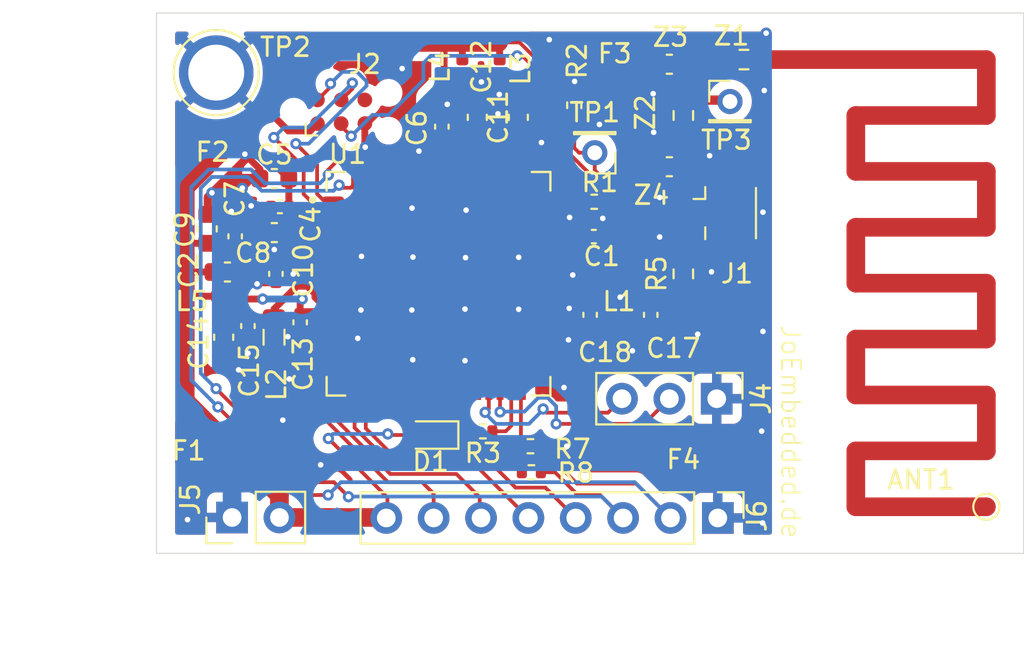
<source format=kicad_pcb>
(kicad_pcb (version 20241229) (generator "pcbnew") (generator_version "9.0")
  (layers (0 "F.Cu" signal) (2 "B.Cu" signal) (13 "F.Paste" user) (15 "B.Paste" user) (5 "F.SilkS" user "F.Silkscreen") (7 "B.SilkS" user "B.Silkscreen") (1 "F.Mask" user) (3 "B.Mask" user) (25 "Edge.Cuts" user))
  (net 0 "")
  (net 1 "GND")
  (net 2 "RES")
  (net 3 "+3V3")
  (net 4 "Net-(J1-In)")
  (net 5 "Net-(U1-VDDPA)")
  (net 6 "Net-(U1-VDDRF)")
  (net 7 "Net-(U1-VDDMPS)")
  (net 8 "Net-(U1-VFBSMPS)")
  (net 9 "Net-(D1-K)")
  (net 10 "Net-(J2-SWDIO)")
  (net 11 "Net-(J2-SWCLK)")
  (net 13 "Net-(J4-Pin_3)")
  (net 14 "Net-(J4-Pin_2)")
  (net 15 "SDA2")
  (net 16 "Net-(J6-Pin_7)")
  (net 17 "Net-(J6-Pin_6)")
  (net 18 "SCL2")
  (net 19 "Net-(J6-Pin_4)")
  (net 20 "Net-(J6-Pin_5)")
  (net 21 "Net-(U1-VLXSMPS)")
  (net 22 "Net-(U1-BOOT0)")
  (net 23 "Net-(U1-PA4)")
  (net 24 "Net-(U1-RF_OUT)")
  (net 54 "Net-(ANT1-Pad1)")
  (net 55 "Net-(C17-Pad1)")
  (net 56 "Net-(TP3-Pad1)")
  (net 57 "IPU")
  (footprint "Resistor_SMD:R_0603_1608Metric" (layer "F.Cu") (at 110.75 76 90)
    (property "Reference" "Z2")
    (property "Value" "0")
  )
  (footprint "Resistor_SMD:R_0603_1608Metric" (layer "F.Cu") (at 114 73)
    (property "Reference" "Z1")
    (property "Value" "0")
  )
  (footprint "Inductor_SMD:L_0402_1005Metric" (layer "F.Cu") (at 86.2 85.7 180)
    (property "Reference" "L5")
    (property "Value" "Bead120")
  )
  (footprint "Capacitor_SMD:C_0603_1608Metric" (layer "F.Cu") (at 110 78.75 180)
    (property "Reference" "Z4")
    (property "Value" "tbd")
  )
  (footprint "Fiducial:Fiducial_0.5mm_Mask1mm" (layer "F.Cu") (at 84.11 95.37)
    (property "Reference" "F1")
    (property "Value" "Fiducial_0.5mm_Mask1mm")
  )
  (footprint "Resistor_SMD:R_0402_1005Metric" (layer "F.Cu") (at 105.97 80.63 180)
    (property "Reference" "R1")
    (property "Value" "10k")
  )
  (footprint "Resistor_SMD:R_0402_1005Metric" (layer "F.Cu") (at 102.55 93.75)
    (property "Reference" "R7")
    (property "Value" "10k")
  )
  (footprint "Capacitor_SMD:C_0603_1608Metric" (layer "F.Cu") (at 88.815 82.285 180)
    (property "Reference" "C8")
    (property "Value" "1uF")
  )
  (footprint "Capacitor_SMD:C_0402_1005Metric" (layer "F.Cu") (at 89.115 80.885 180)
    (property "Reference" "C4")
    (property "Value" "100nF")
  )
  (footprint "Inductor_SMD:L_0402_1005Metric" (layer "F.Cu") (at 98.9 73.5 90)
    (property "Reference" "L4")
    (property "Value" "Bead120")
  )
  (footprint "Resistor_SMD:R_0402_1005Metric" (layer "F.Cu") (at 102.6 95.15)
    (property "Reference" "R8")
    (property "Value" "10k")
  )
  (footprint "Capacitor_SMD:C_0402_1005Metric" (layer "F.Cu") (at 86.715 82.485 90)
    (property "Reference" "C7")
    (property "Value" "100nF")
  )
  (footprint "Capacitor_SMD:C_0603_1608Metric" (layer "F.Cu") (at 88.815 79.385 180)
    (property "Reference" "C5")
    (property "Value" "4.7uF")
  )
  (footprint "Resistor_SMD:R_0402_1005Metric" (layer "F.Cu") (at 100 92.95 180)
    (property "Reference" "R3")
    (property "Value" "330")
  )
  (footprint "Inductor_SMD:L_0805_2012Metric" (layer "F.Cu") (at 88.8 87.9 -90)
    (property "Reference" "L2")
    (property "Value" "15uH")
  )
  (footprint "Connector_PinHeader_2.54mm:PinHeader_1x03_P2.54mm_Vertical" (layer "F.Cu") (at 112.54 91.2 -90)
    (property "Reference" "J4")
    (property "Value" "Conn_01x03_Socket")
  )
  (footprint "Inductor_SMD:L_0402_1005Metric" (layer "F.Cu") (at 100.9 73.5 90)
    (property "Reference" "L3")
    (property "Value" "Bead120")
  )
  (footprint "Capacitor_SMD:C_0603_1608Metric" (layer "F.Cu") (at 85.215 82.085 90)
    (property "Reference" "C9")
    (property "Value" "4.7uF")
  )
  (footprint "Capacitor_SMD:C_0603_1608Metric" (layer "F.Cu") (at 110 73.25 180)
    (property "Reference" "Z3")
    (property "Value" "tbd")
  )
  (footprint "Capacitor_SMD:C_0402_1005Metric" (layer "F.Cu") (at 105.95 82.5)
    (property "Reference" "C1")
    (property "Value" "100nF")
  )
  (footprint "Capacitor_SMD:C_0603_1608Metric" (layer "F.Cu") (at 101.9 76.1 90)
    (property "Reference" "C11")
    (property "Value" "1uF")
  )
  (footprint "aaa_JoEm:XCVR_RAK3172-SIP" (layer "F.Cu") (at 97.62 85.03)
    (property "Reference" "U1")
    (property "Value" "RAK3172-SIP")
  )
  (footprint "Resistor_SMD:R_0603_1608Metric" (layer "F.Cu") (at 110.75 84.5 90)
    (property "Reference" "R5")
    (property "Value" "0")
  )
  (footprint "Capacitor_SMD:C_0402_1005Metric" (layer "F.Cu") (at 97.8 76.6 90)
    (property "Reference" "C6")
    (property "Value" "100nF")
  )
  (footprint "Fiducial:Fiducial_0.5mm_Mask1mm" (layer "F.Cu") (at 113.8 94.85)
    (property "Reference" "F4")
    (property "Value" "Fiducial_0.5mm_Mask1mm")
  )
  (footprint "Capacitor_SMD:C_0603_1608Metric" (layer "F.Cu") (at 99.7 76.1 90)
    (property "Reference" "C12")
    (property "Value" "1uF")
  )
  (footprint "Connector_PinHeader_2.00mm:PinHeader_1x01_P2.00mm_Vertical" (layer "F.Cu") (at 113.25 75.25)
    (property "Reference" "TP3")
    (property "Value" "xAnt")
  )
  (footprint "TestPoint:TestPoint_Pad_D1.0mm" (layer "F.Cu") (at 127 97)
    (property "Reference" "ANT1")
    (property "Value" "ANT")
  )
  (footprint "Capacitor_SMD:C_0402_1005Metric" (layer "F.Cu") (at 88.9 84.5 -90)
    (property "Reference" "C10")
    (property "Value" "100nF")
  )
  (footprint "Capacitor_SMD:C_0603_1608Metric" (layer "F.Cu") (at 86.3 84.4)
    (property "Reference" "C2")
    (property "Value" "1uF")
  )
  (footprint "LED_SMD:LED_0603_1608Metric" (layer "F.Cu") (at 97.2 93.15 180)
    (property "Reference" "D1")
    (property "Value" "LED")
  )
  (footprint "Capacitor_SMD:C_0402_1005Metric" (layer "F.Cu") (at 109 86.7 90)
    (property "Reference" "C17")
    (property "Value" "3.3pF")
  )
  (footprint "Capacitor_SMD:C_0603_1608Metric" (layer "F.Cu") (at 86.1 87.9 -90)
    (property "Reference" "C14")
    (property "Value" "470nF")
  )
  (footprint "Fiducial:Fiducial_0.5mm_Mask1mm" (layer "F.Cu") (at 84.5 76.8)
    (property "Reference" "F2")
    (property "Value" "Fiducial_0.5mm_Mask1mm")
  )
  (footprint "Fiducial:Fiducial_0.5mm_Mask1mm" (layer "F.Cu") (at 107.37 74.12)
    (property "Reference" "F3")
    (property "Value" "Fiducial_0.5mm_Mask1mm")
  )
  (footprint "Connector_PinHeader_2.54mm:PinHeader_1x08_P2.54mm_Vertical" (layer "F.Cu") (at 112.6 97.6 -90)
    (property "Reference" "J6")
    (property "Value" "Conn_01x08_Socket")
  )
  (footprint "Connector:Tag-Connect_TC2030-IDC-NL_2x03_P1.27mm_Vertical" (layer "F.Cu") (at 92.4 75.8)
    (property "Reference" "J2")
    (property "Value" "Conn_ARM_SWD_TagConnect_TC2030-NL")
  )
  (footprint "TestPoint:TestPoint_Plated_Hole_D3.0mm" (layer "F.Cu") (at 85.7 73.7)
    (property "Reference" "TP2")
    (property "Value" "Fix")
  )
  (footprint "Connector_PinHeader_2.00mm:PinHeader_1x01_P2.00mm_Vertical" (layer "F.Cu") (at 106 78 180)
    (property "Reference" "TP1")
    (property "Value" "BootPin")
  )
  (footprint "Capacitor_SMD:C_0402_1005Metric" (layer "F.Cu") (at 87.4 87.3 -90)
    (property "Reference" "C15")
    (property "Value" "100nF")
  )
  (footprint "Capacitor_SMD:C_0402_1005Metric" (layer "F.Cu") (at 105.75 86.7 90)
    (property "Reference" "C18")
    (property "Value" "3.3pF")
  )
  (footprint "Connector_Coaxial:U.FL_Hirose_U.FL-R-SMT-1_Vertical" (layer "F.Cu") (at 112.81 81.24)
    (property "Reference" "J1")
    (property "Value" "U.FL")
  )
  (footprint "Connector_PinHeader_2.54mm:PinHeader_1x02_P2.54mm_Vertical" (layer "F.Cu") (at 86.55 97.575 90)
    (property "Reference" "J5")
    (property "Value" "Conn_01x02_Socket")
  )
  (footprint "Resistor_SMD:R_0402_1005Metric" (layer "F.Cu") (at 104.9 75.45 90)
    (property "Reference" "R2")
    (property "Value" "10k")
  )
  (footprint "Inductor_SMD:L_0402_1005Metric" (layer "F.Cu") (at 107.3 87.15)
    (property "Reference" "L1")
    (property "Value" "8.2nH")
  )
  (footprint "Capacitor_SMD:C_0402_1005Metric" (layer "F.Cu") (at 90.2 87.1 -90)
    (property "Reference" "C13")
    (property "Value" "100nF")
  )
  (gr_rect (start 82.5 70.5) (end 129 99.5) (stroke (width 0.05)) (fill no) (layer "Edge.Cuts"))
  (gr_text "JoEmbedded.de" (at 115.92 87.17 270) (layer "F.SilkS") (effects (font (size 1 1) (thickness 0.1)) (justify left bottom)))
  (segment (start 100.5 85.03) (end 101.92 83.61) (width 0.37) (layer "F.Cu") (net 1))
  (segment (start 103.27 81.73) (end 100.92 81.73) (width 0.37) (layer "F.Cu") (net 1))
  (segment (start 97.92 79.38) (end 97.92 80.335) (width 0.37) (layer "F.Cu") (net 1))
  (segment (start 103.14 78.19) (end 103.14 77.45) (width 0.37) (layer "F.Cu") (net 1))
  (segment (start 93.67 76.435) (end 93.67 77.68) (width 0.37) (layer "F.Cu") (net 1))
  (segment (start 86.715 82.005) (end 86.715 81.355) (width 0.37) (layer "F.Cu") (net 1))
  (segment (start 97.8 75.69) (end 98.09 75.4) (width 0.37) (layer "F.Cu") (net 1))
  (segment (start 101.395 75.325) (end 100.94 74.87) (width 0.37) (layer "F.Cu") (net 1))
  (segment (start 93.29 87.495) (end 93.29 87.96) (width 0.37) (layer "F.Cu") (net 1))
  (segment (start 90.2 87.58) (end 89.83 87.58) (width 0.37) (layer "F.Cu") (net 1))
  (segment (start 88.04 82.426819) (end 88.812425 83.199244) (width 0.37) (layer "F.Cu") (net 1))
  (segment (start 97.8 76.12) (end 97.8 75.69) (width 0.37) (layer "F.Cu") (net 1))
  (segment (start 100.32 82.13) (end 100.42 82.23) (width 0.37) (layer "F.Cu") (net 1))
  (segment (start 99.04 89.16) (end 98.95 89.16) (width 0.37) (layer "F.Cu") (net 1))
  (segment (start 104.21 85.93) (end 104.63 86.35) (width 0.37) (layer "F.Cu") (net 1))
  (segment (start 88.04 79.385) (end 87.615 79.385) (width 0.37) (layer "F.Cu") (net 1))
  (segment (start 103.27 81.73) (end 104.39 81.73) (width 0.37) (layer "F.Cu") (net 1))
  (segment (start 97.92 79.38) (end 97.92 78.438) (width 0.37) (layer "F.Cu") (net 1))
  (segment (start 97.62 84.97) (end 96.25 83.6) (width 0.37) (layer "F.Cu") (net 1))
  (segment (start 88.04 82.285) (end 88.04 82.426819) (width 0.37) (layer "F.Cu") (net 1))
  (segment (start 91.97 87.13) (end 94.12 87.13) (width 0.37) (layer "F.Cu") (net 1))
  (segment (start 101.9 75.325) (end 101.395 75.325) (width 0.37) (layer "F.Cu") (net 1))
  (segment (start 96.21 86.44) (end 97.62 85.03) (width 0.37) (layer "F.Cu") (net 1))
  (segment (start 97.95 82.23) (end 99.1 81.08) (width 0.37) (layer "F.Cu") (net 1))
  (segment (start 99.7 75.325) (end 100.225 75.325) (width 0.37) (layer "F.Cu") (net 1))
  (segment (start 94.82 85.03) (end 96.25 83.6) (width 0.37) (layer "F.Cu") (net 1))
  (segment (start 100.42 85.03) (end 100.42 84.98) (width 0.37) (layer "F.Cu") (net 1))
  (segment (start 97.62 82.23) (end 97.95 82.23) (width 0.37) (layer "F.Cu") (net 1))
  (segment (start 98.98 86.39) (end 97.62 85.03) (width 0.37) (layer "F.Cu") (net 1))
  (segment (start 88.635 81.69) (end 88.04 82.285) (width 0.37) (layer "F.Cu") (net 1))
  (segment (start 88.9 84.98) (end 89.357171 84.98) (width 0.37) (layer "F.Cu") (net 1))
  (segment (start 96.24 89.11) (end 96.34 89.11) (width 0.37) (layer "F.Cu") (net 1))
  (segment (start 87.605 80.885) (end 87.57 80.85) (width 0.37) (layer "F.Cu") (net 1))
  (segment (start 97.62 85.03) (end 97.67 85.03) (width 0.37) (layer "F.Cu") (net 1))
  (segment (start 97.92 80.335) (end 98.665 81.08) (width 0.37) (layer "F.Cu") (net 1))
  (segment (start 97.62 82.23) (end 97.46 82.23) (width 0.37) (layer "F.Cu") (net 1))
  (segment (start 94.88 82.23) (end 96.25 83.6) (width 0.37) (layer "F.Cu") (net 1))
  (segment (start 101.92 86.4) (end 101.79 86.4) (width 0.37) (layer "F.Cu") (net 1))
  (segment (start 100.54 82.23) (end 101.92 83.61) (width 0.37) (layer "F.Cu") (net 1))
  (segment (start 88.04 78.88) (end 87.23584 78.07584) (width 0.37) (layer "F.Cu") (net 1))
  (segment (start 99.7 75.325) (end 99.7 74.71) (width 0.37) (layer "F.Cu") (net 1))
  (segment (start 100.42 87.83) (end 100.42 87.77) (width 0.37) (layer "F.Cu") (net 1))
  (segment (start 98.665 81.08) (end 99.1 81.08) (width 0.37) (layer "F.Cu") (net 1))
  (segment (start 88.9 84.98) (end 87.95 84.98) (width 0.37) (layer "F.Cu") (net 1))
  (segment (start 96.25 83.6) (end 97.62 82.23) (width 0.37) (layer "F.Cu") (net 1))
  (segment (start 100.225 75.325) (end 100.81 75.91) (width 0.37) (layer "F.Cu") (net 1))
  (segment (start 103.27 81.13) (end 104.31 81.13) (width 0.37) (layer "F.Cu") (net 1))
  (segment (start 104.65 81.47) (end 104.65 79.82) (width 0.37) (layer "F.Cu") (net 1))
  (segment (start 106.43 82.5) (end 106.43 81.52) (width 0.2) (layer "F.Cu") (net 1))
  (segment (start 97.62 85.03) (end 97.62 84.97) (width 0.37) (layer "F.Cu") (net 1))
  (segment (start 104.28 87.73) (end 104.59 88.04) (width 0.37) (layer "F.Cu") (net 1))
  (segment (start 85.215 81.31) (end 85.215 80.405) (width 0.37) (layer "F.Cu") (net 1))
  (segment (start 98.95 89.16) (end 97.62 87.83) (width 0.37) (layer "F.Cu") (net 1))
  (segment (start 104.39 81.73) (end 104.65 81.47) (width 0.37) (layer "F.Cu") (net 1))
  (segment (start 104.3 88.33) (end 104.59 88.04) (width 0.37) (layer "F.Cu") (net 1))
  (segment (start 103.27 87.73) (end 104.28 87.73) (width 0.37) (layer "F.Cu") (net 1))
  (segment (start 104.9 74.19) (end 104.92 74.17) (width 0.2) (layer "F.Cu") (net 1))
  (segment (start 87.075 84.4) (end 87.25 84.4) (width 0.37) (layer "F.Cu") (net 1))
  (segment (start 100.92 81.73) (end 100.42 82.23) (width 0.37) (layer "F.Cu") (net 1))
  (segment (start 100.32 79.38) (end 100.32 82.13) (width 0.37) (layer "F.Cu") (net 1))
  (segment (start 93.49 83.7) (end 94.82 85.03) (width 0.37) (layer "F.Cu") (net 1))
  (segment (start 99.04 89.16) (end 99.09 89.16) (width 0.37) (layer "F.Cu") (net 1))
  (segment (start 96.24 89.11) (end 96.1 89.11) (width 0.37) (layer "F.Cu") (net 1))
  (segment (start 93.67 77.68) (end 93.69 77.7) (width 0.37) (layer "F.Cu") (net 1))
  (segment (start 87.25 84.4) (end 87.89 85.04) (width 0.37) (layer "F.Cu") (net 1))
  (segment (start 97.92 78.438) (end 97.392 77.91) (width 0.37) (layer "F.Cu") (net 1))
  (segment (start 100.52 87.73) (end 100.42 87.83) (width 0.37) (layer "F.Cu") (net 1))
  (segment (start 87.615 79.385) (end 87.1 79.9) (width 0.37) (layer "F.Cu") (net 1))
  (segment (start 96.23 86.44) (end 97.62 87.83) (width 0.37) (layer "F.Cu") (net 1))
  (segment (start 101.85 86.4) (end 100.42 87.83) (width 0.37) (layer "F.Cu") (net 1))
  (segment (start 99.06 86.39) (end 100.42 85.03) (width 0.37) (layer "F.Cu") (net 1))
  (segment (start 96.19 86.46) (end 94.82 87.83) (width 0.37) (layer "F.Cu") (net 1))
  (segment (start 99.04 86.39) (end 99.06 86.39) (width 0.37) (layer "F.Cu") (net 1))
  (segment (start 104.45 86.53) (end 104.63 86.35) (width 0.37) (layer "F.Cu") (net 1))
  (segment (start 100.42 85.03) (end 100.5 85.03) (width 0.37) (layer "F.Cu") (net 1))
  (segment (start 86.1 88.85) (end 86.9 89.65) (width 0.37) (layer "F.Cu") (net 1))
  (segment (start 91.97 87.13) (end 92.925 87.13) (width 0.37) (layer "F.Cu") (net 1))
  (segment (start 103.27 87.73) (end 100.52 87.73) (width 0.37) (layer "F.Cu") (net 1))
  (segment (start 85.47 80.15) (end 85.51 80.15) (width 0.37) (layer "F.Cu") (net 1))
  (segment (start 104.31 81.13) (end 104.65 81.47) (width 0.37) (layer "F.Cu") (net 1))
  (segment (start 101.52 81.13) (end 100.42 82.23) (width 0.37) (layer "F.Cu") (net 1))
  (segment (start 89.357171 84.98) (end 89.829397 84.507774) (width 0.37) (layer "F.Cu") (net 1))
  (segment (start 103.27 88.33) (end 104.3 88.33) (width 0.37) (layer "F.Cu") (net 1))
  (segment (start 103.27 86.53) (end 102.05 86.53) (width 0.37) (layer "F.Cu") (net 1))
  (segment (start 88.635 80.885) (end 88.635 81.69) (width 0.37) (layer "F.Cu") (net 1))
  (segment (start 93.46 86.47) (end 94.82 87.83) (width 0.37) (layer "F.Cu") (net 1))
  (segment (start 86.1 88.675) (end 86.1 88.85) (width 0.37) (layer "F.Cu") (net 1))
  (segment (start 93.46 86.44) (end 93.46 86.47) (width 0.37) (layer "F.Cu") (net 1))
  (segment (start 87.95 84.98) (end 87.89 85.04) (width 0.37) (layer "F.Cu") (net 1))
  (segment (start 101.92 86.4) (end 101.85 86.4) (width 0.37) (layer "F.Cu") (net 1))
  (segment (start 100.42 84.98) (end 99.07 83.63) (width 0.37) (layer "F.Cu") (net 1))
  (segment (start 97.46 82.23) (end 96.2 80.97) (width 0.37) (layer "F.Cu") (net 1))
  (segment (start 96.19 86.44) (end 96.23 86.44) (width 0.37) (layer "F.Cu") (net 1))
  (segment (start 97.62 87.81) (end 99.04 86.39) (width 0.37) (layer "F.Cu") (net 1))
  (segment (start 99.04 86.39) (end 98.98 86.39) (width 0.37) (layer "F.Cu") (net 1))
  (segment (start 88.635 80.885) (end 87.605 80.885) (width 0.37) (layer "F.Cu") (net 1))
  (segment (start 85.51 80.15) (end 86.51 81.15) (width 0.37) (layer "F.Cu") (net 1))
  (segment (start 102.39 85.93) (end 101.92 86.4) (width 0.37) (layer "F.Cu") (net 1))
  (segment (start 87.4 87.78) (end 87.4 88.76) (width 0.37) (layer "F.Cu") (net 1))
  (segment (start 86.715 81.355) (end 86.51 81.15) (width 0.37) (layer "F.Cu") (net 1))
  (segment (start 104.71 79.76) (end 103.14 78.19) (width 0.37) (layer "F.Cu") (net 1))
  (segment (start 93.49 83.56) (end 93.49 83.7) (width 0.37) (layer "F.Cu") (net 1))
  (segment (start 93.46 86.39) (end 94.82 85.03) (width 0.37) (layer "F.Cu") (net 1))
  (segment (start 93.49 83.56) (end 94.82 82.23) (width 0.37) (layer "F.Cu") (net 1))
  (segment (start 103.27 85.93) (end 102.39 85.93) (width 0.37) (layer "F.Cu") (net 1))
  (segment (start 99.72 90.68) (end 99.72 89.84) (width 0.37) (layer "F.Cu") (net 1))
  (segment (start 94.82 82.23) (end 94.88 82.23) (width 0.37) (layer "F.Cu") (net 1))
  (segment (start 103.27 86.53) (end 104.45 86.53) (width 0.37) (layer "F.Cu") (net 1))
  (segment (start 103.27 85.93) (end 104.21 85.93) (width 0.37) (layer "F.Cu") (net 1))
  (segment (start 100.94 74.87) (end 100.88 74.87) (width 0.37) (layer "F.Cu") (net 1))
  (segment (start 102.05 86.53) (end 101.92 86.4) (width 0.37) (layer "F.Cu") (net 1))
  (segment (start 92.925 87.13) (end 93.29 87.495) (width 0.37) (layer "F.Cu") (net 1))
  (segment (start 97.67 82.23) (end 99.07 83.63) (width 0.37) (layer "F.Cu") (net 1))
  (segment (start 94.82 82.23) (end 94.94 82.23) (width 0.37) (layer "F.Cu") (net 1))
  (segment (start 87.76 82.005) (end 88.04 82.285) (width 0.37) (layer "F.Cu") (net 1))
  (segment (start 97.62 87.83) (end 97.62 87.81) (width 0.37) (layer "F.Cu") (net 1))
  (segment (start 99.7 74.71) (end 99.91 74.5) (width 0.37) (layer "F.Cu") (net 1))
  (segment (start 97.62 82.23) (end 97.67 82.23) (width 0.37) (layer "F.Cu") (net 1))
  (segment (start 97.67 85.03) (end 99.07 83.63) (width 0.37) (layer "F.Cu") (net 1))
  (segment (start 100.42 82.23) (end 100.25 82.23) (width 0.37) (layer "F.Cu") (net 1))
  (segment (start 89.83 87.58) (end 89.54 87.87) (width 0.37) (layer "F.Cu") (net 1))
  (segment (start 94.12 87.13) (end 94.82 87.83) (width 0.37) (layer "F.Cu") (net 1))
  (segment (start 88.04 79.385) (end 88.04 78.88) (width 0.37) (layer "F.Cu") (net 1))
  (segment (start 104.65 79.82) (end 104.71 79.76) (width 0.37) (layer "F.Cu") (net 1))
  (segment (start 103.27 88.33) (end 100.92 88.33) (width 0.37) (layer "F.Cu") (net 1))
  (segment (start 86.715 82.005) (end 87.76 82.005) (width 0.37) (layer "F.Cu") (net 1))
  (segment (start 94.94 82.23) (end 96.2 80.97) (width 0.37) (layer "F.Cu") (net 1))
  (segment (start 96.19 86.44) (end 96.21 86.44) (width 0.37) (layer "F.Cu") (net 1))
  (segment (start 99.72 89.84) (end 99.04 89.16) (width 0.37) (layer "F.Cu") (net 1))
  (segment (start 104.9 74.94) (end 104.9 74.19) (width 0.2) (layer "F.Cu") (net 1))
  (segment (start 93.46 86.44) (end 93.46 86.39) (width 0.37) (layer "F.Cu") (net 1))
  (segment (start 99.09 89.16) (end 100.42 87.83) (width 0.37) (layer "F.Cu") (net 1))
  (segment (start 101.395 75.325) (end 100.81 75.91) (width 0.37) (layer "F.Cu") (net 1))
  (segment (start 85.215 80.405) (end 85.47 80.15) (width 0.37) (layer "F.Cu") (net 1))
  (segment (start 100.25 82.23) (end 99.1 81.08) (width 0.37) (layer "F.Cu") (net 1))
  (segment (start 96.34 89.11) (end 97.62 87.83) (width 0.37) (layer "F.Cu") (net 1))
  (segment (start 96.19 86.44) (end 96.19 86.46) (width 0.37) (layer "F.Cu") (net 1))
  (segment (start 100.42 82.23) (end 100.54 82.23) (width 0.37) (layer "F.Cu") (net 1))
  (segment (start 100.92 88.33) (end 100.42 87.83) (width 0.37) (layer "F.Cu") (net 1))
  (segment (start 101.79 86.4) (end 100.42 85.03) (width 0.37) (layer "F.Cu") (net 1))
  (segment (start 103.27 81.13) (end 101.52 81.13) (width 0.37) (layer "F.Cu") (net 1))
  (segment (start 100.42 87.77) (end 99.04 86.39) (width 0.37) (layer "F.Cu") (net 1))
  (segment (start 96.1 89.11) (end 94.82 87.83) (width 0.37) (layer "F.Cu") (net 1))
  (segment (start 97.392 77.91) (end 96.57 77.91) (width 0.37) (layer "F.Cu") (net 1))
  (via (at 100.81 75.91) (size 0.6) (drill 0.3) (layers "F.Cu" "B.Cu") (net 1))
  (via (at 103.56 71.93) (size 0.6) (drill 0.3) (layers "F.Cu" "B.Cu") (net 1))
  (via (at 109.48 80.4) (size 0.6) (drill 0.3) (layers "F.Cu" "B.Cu") (net 1))
  (via (at 85.47 80.15) (size 0.6) (drill 0.3) (layers "F.Cu" "B.Cu") (net 1))
  (via (at 104.35 90.6) (size 0.6) (drill 0.3) (layers "F.Cu" "B.Cu") (net 1))
  (via (at 96.25 83.6) (size 0.6) (drill 0.3) (layers "F.Cu" "B.Cu") (net 1))
  (via (at 101.92 86.4) (size 0.6) (drill 0.3) (layers "F.Cu" "B.Cu") (net 1))
  (via (at 99.92 74.2) (size 0.6) (drill 0.3) (layers "F.Cu" "B.Cu") (net 1))
  (via (at 112.16 78.16) (size 0.6) (drill 0.3) (layers "F.Cu" "B.Cu") (net 1))
  (via (at 106.25 76.48) (size 0.6) (drill 0.3) (layers "F.Cu" "B.Cu") (net 1))
  (via (at 99.1 81.08) (size 0.6) (drill 0.3) (layers "F.Cu" "B.Cu") (net 1))
  (via (at 89.54 87.87) (size 0.6) (drill 0.3) (layers "F.Cu" "B.Cu") (net 1))
  (via (at 104.63 86.35) (size 0.6) (drill 0.3) (layers "F.Cu" "B.Cu") (net 1))
  (via (at 109.13 74.83) (size 0.6) (drill 0.3) (layers "F.Cu" "B.Cu") (net 1))
  (via (at 115.19 71.58) (size 0.6) (drill 0.3) (layers "F.Cu" "B.Cu") (net 1))
  (via (at 93.69 77.7) (size 0.6) (drill 0.3) (layers "F.Cu" "B.Cu") (net 1))
  (via (at 99.07 83.63) (size 0.6) (drill 0.3) (layers "F.Cu" "B.Cu") (net 1))
  (via (at 88.812425 83.199244) (size 0.6) (drill 0.3) (layers "F.Cu" "B.Cu") (net 1))
  (via (at 98.09 75.4) (size 0.6) (drill 0.3) (layers "F.Cu" "B.Cu") (net 1))
  (via (at 93.46 86.44) (size 0.6) (drill 0.3) (layers "F.Cu" "B.Cu") (net 1))
  (via (at 114.95 92.94) (size 0.6) (drill 0.3) (layers "F.Cu" "B.Cu") (net 1))
  (via (at 96.19 86.44) (size 0.6) (drill 0.3) (layers "F.Cu" "B.Cu") (net 1))
  (via (at 115 97.87) (size 0.6) (drill 0.3) (layers "F.Cu" "B.Cu") (net 1))
  (via (at 104.82 84.56) (size 0.6) (drill 0.3) (layers "F.Cu" "B.Cu") (net 1))
  (via (at 95.67 73.48) (size 0.6) (drill 0.3) (layers "F.Cu" "B.Cu") (net 1))
  (via (at 84.16 97.69) (size 0.6) (drill 0.3) (layers "F.Cu" "B.Cu") (net 1))
  (via (at 109.16 76.9) (size 0.6) (drill 0.3) (layers "F.Cu" "B.Cu") (net 1))
  (via (at 89.829397 84.507774) (size 0.6) (drill 0.3) (layers "F.Cu" "B.Cu") (net 1))
  (via (at 99.04 89.16) (size 0.6) (drill 0.3) (layers "F.Cu" "B.Cu") (net 1))
  (via (at 115.02 87.59) (size 0.6) (drill 0.3) (layers "F.Cu" "B.Cu") (net 1))
  (via (at 96.57 77.91) (size 0.6) (drill 0.3) (layers "F.Cu" "B.Cu") (net 1))
  (via (at 87.1 79.9) (size 0.6) (drill 0.3) (layers "F.Cu" "B.Cu") (net 1))
  (via (at 96.24 89.11) (size 0.6) (drill 0.3) (layers "F.Cu" "B.Cu") (net 1))
  (via (at 104.92 74.17) (size 0.6) (drill 0.3) (layers "F.Cu" "B.Cu") (net 1))
  (via (at 87.89 85.04) (size 0.6) (drill 0.3) (layers "F.Cu" "B.Cu") (net 1))
  (via (at 106.43 81.52) (size 0.6) (drill 0.3) (layers "F.Cu" "B.Cu") (net 1))
  (via (at 103.14 77.45) (size 0.6) (drill 0.3) (layers "F.Cu" "B.Cu") (net 1))
  (via (at 100.88 74.87) (size 0.6) (drill 0.3) (layers "F.Cu" "B.Cu") (net 1))
  (via (at 112.26 84.39) (size 0.6) (drill 0.3) (layers "F.Cu" "B.Cu") (net 1))
  (via (at 87.4 88.76) (size 0.6) (drill 0.3) (layers "F.Cu" "B.Cu") (net 1))
  (via (at 104.65 81.47) (size 0.6) (drill 0.3) (layers "F.Cu" "B.Cu") (net 1))
  (via (at 115.09 74.66) (size 0.6) (drill 0.3) (layers "F.Cu" "B.Cu") (net 1))
  (via (at 108.02 88.63) (size 0.6) (drill 0.3) (layers "F.Cu" "B.Cu") (net 1))
  (via (at 99.04 86.39) (size 0.6) (drill 0.3) (layers "F.Cu" "B.Cu") (net 1))
  (via (at 104.59 88.04) (size 0.6) (drill 0.3) (layers "F.Cu" "B.Cu") (net 1))
  (via (at 87.57 80.85) (size 0.6) (drill 0.3) (layers "F.Cu" "B.Cu") (net 1))
  (via (at 96.2 80.97) (size 0.6) (drill 0.3) (layers "F.Cu" "B.Cu") (net 1))
  (via (at 115.02 81.19) (size 0.6) (drill 0.3) (layers "F.Cu" "B.Cu") (net 1))
  (via (at 111.52 87.74) (size 0.6) (drill 0.3) (layers "F.Cu" "B.Cu") (net 1))
  (via (at 107.36 85.75) (size 0.6) (drill 0.3) (layers "F.Cu" "B.Cu") (net 1))
  (via (at 93.29 87.96) (size 0.6) (drill 0.3) (layers "F.Cu" "B.Cu") (net 1))
  (via (at 101.92 83.61) (size 0.6) (drill 0.3) (layers "F.Cu" "B.Cu") (net 1))
  (via (at 89.62 90.14) (size 0.6) (drill 0.3) (layers "F.Cu" "B.Cu") (net 1))
  (via (at 89.27 92.35) (size 0.6) (drill 0.3) (layers "F.Cu" "B.Cu") (net 1))
  (via (at 109.48 82.52) (size 0.6) (drill 0.3) (layers "F.Cu" "B.Cu") (net 1))
  (via (at 104.5 93.75) (size 0.6) (drill 0.3) (layers "F.Cu" "B.Cu") (net 1))
  (via (at 87.23584 78.07584) (size 0.6) (drill 0.3) (layers "F.Cu" "B.Cu") (net 1))
  (via (at 86.51 81.15) (size 0.6) (drill 0.3) (layers "F.Cu" "B.Cu") (net 1))
  (via (at 86.9 89.65) (size 0.6) (drill 0.3) (layers "F.Cu" "B.Cu") (net 1))
  (via (at 93.49 83.56) (size 0.6) (drill 0.3) (layers "F.Cu" "B.Cu") (net 1))
  (via (at 91.3 94.75) (size 0.6) (drill 0.3) (layers "F.Cu" "B.Cu") (net 1))
  (segment (start 86.55 97.575) (end 86.55 95.07) (width 1) (layer "B.Cu") (net 1))
  (segment (start 86.55 95.07) (end 89.27 92.35) (width 1) (layer "B.Cu") (net 1))
  (segment (start 103.27 82.93) (end 105.04 82.93) (width 0.2) (layer "F.Cu") (net 2))
  (segment (start 103.878 77.8522) (end 103.878 74.555157) (width 0.2) (layer "F.Cu") (net 2))
  (segment (start 105.198 79.1722) (end 103.878 77.8522) (width 0.2) (layer "F.Cu") (net 2))
  (segment (start 105.198 79.2722) (end 105.198 79.1722) (width 0.2) (layer "F.Cu") (net 2))
  (segment (start 105.46 80.63) (end 105.46 79.5342) (width 0.2) (layer "F.Cu") (net 2))
  (segment (start 102.122843 72.8) (end 101.84 72.8) (width 0.2) (layer "F.Cu") (net 2))
  (segment (start 92.4 76.57) (end 92.939265 77.109265) (width 0.2) (layer "F.Cu") (net 2))
  (segment (start 103.878 74.555157) (end 102.122843 72.8) (width 0.2) (layer "F.Cu") (net 2))
  (segment (start 92.4 76.435) (end 92.4 76.57) (width 0.2) (layer "F.Cu") (net 2))
  (segment (start 105.44 82.47) (end 105.47 82.5) (width 0.2) (layer "F.Cu") (net 2))
  (segment (start 105.44 80.9) (end 105.44 82.47) (width 0.2) (layer "F.Cu") (net 2))
  (segment (start 105.04 82.93) (end 105.47 82.5) (width 0.2) (layer "F.Cu") (net 2))
  (segment (start 105.46 79.5342) (end 105.198 79.2722) (width 0.2) (layer "F.Cu") (net 2))
  (via (at 101.84 72.8) (size 0.6) (drill 0.3) (layers "F.Cu" "B.Cu") (net 2))
  (via (at 92.939265 77.109265) (size 0.6) (drill 0.3) (layers "F.Cu" "B.Cu") (net 2))
  (segment (start 96.81 74.110849) (end 96.81 73.19) (width 0.2) (layer "B.Cu") (net 2))
  (segment (start 97.2 72.8) (end 101.84 72.8) (width 0.2) (layer "B.Cu") (net 2))
  (segment (start 94.951149 75.9697) (end 96.81 74.110849) (width 0.2) (layer "B.Cu") (net 2))
  (segment (start 94.07883 75.9697) (end 94.951149 75.9697) (width 0.2) (layer "B.Cu") (net 2))
  (segment (start 92.939265 77.109265) (end 94.07883 75.9697) (width 0.2) (layer "B.Cu") (net 2))
  (segment (start 96.81 73.19) (end 97.2 72.8) (width 0.2) (layer "B.Cu") (net 2))
  (segment (start 84.039 91.321919) (end 84.039 85.72) (width 1) (layer "F.Cu") (net 3))
  (segment (start 90.113548 83.821774) (end 89.93 83.821774) (width 0.37) (layer "F.Cu") (net 3))
  (segment (start 91.97 83.53) (end 90.221774 83.53) (width 0.37) (layer "F.Cu") (net 3))
  (segment (start 84.059 82.86) (end 84.039 82.84) (width 0.37) (layer "F.Cu") (net 3))
  (segment (start 85.215 82.86) (end 84.059 82.86) (width 0.37) (layer "F.Cu") (net 3))
  (segment (start 104.279 77.6861) (end 104.279 74.389057) (width 0.2) (layer "F.Cu") (net 3))
  (segment (start 90.736301 76.828699) (end 89.571642 76.828699) (width 0.37) (layer "F.Cu") (net 3))
  (segment (start 94.795 97.575) (end 94.82 97.6) (width 1) (layer "F.Cu") (net 3))
  (segment (start 89.09 97.575) (end 94.795 97.575) (width 1) (layer "F.Cu") (net 3))
  (segment (start 88.323733 75.58079) (end 88.323733 75.573733) (width 0.37) (layer "F.Cu") (net 3))
  (segment (start 86.715 82.965) (end 86.715 83.21) (width 0.37) (layer "F.Cu") (net 3))
  (segment (start 89.93 83.821774) (end 89.098226 83.821774) (width 0.37) (layer "F.Cu") (net 3))
  (segment (start 89.635 82.33) (end 89.59 82.285) (width 0.37) (layer "F.Cu") (net 3))
  (segment (start 88.9 84.02) (end 88.079999 84.02) (width 0.37) (layer "F.Cu") (net 3))
  (segment (start 98.9 72.2) (end 98.78 72.08) (width 0.37) (layer "F.Cu") (net 3))
  (segment (start 89.59 82.285) (end 89.59 80.89) (width 0.37) (layer "F.Cu") (net 3))
  (segment (start 91.97 81.73) (end 91.22 81.73) (width 0.37) (layer "F.Cu") (net 3))
  (segment (start 94.85017 96.47) (end 94.88 96.47) (width 0.2) (layer "F.Cu") (net 3))
  (segment (start 98.52 79.38) (end 98.52 77.8) (width 0.37) (layer "F.Cu") (net 3))
  (segment (start 87.058733 76.853733) (end 87.058733 76.838733) (width 0.37) (layer "F.Cu") (net 3))
  (segment (start 89.09 97.575) (end 89.09 96.372919) (width 1) (layer "F.Cu") (net 3))
  (segment (start 90.375 80.885) (end 89.595 80.885) (width 0.37) (layer "F.Cu") (net 3))
  (segment (start 91.13 76.435) (end 90.736301 76.828699) (width 0.37) (layer "F.Cu") (net 3))
  (segment (start 89.09 96.372919) (end 84.039 91.321919) (width 1) (layer "F.Cu") (net 3))
  (segment (start 89.59 79.385) (end 87.058733 76.853733) (width 0.37) (layer "F.Cu") (net 3))
  (segment (start 106.48 80.63) (end 106.48 79.9871) (width 0.2) (layer "F.Cu") (net 3))
  (segment (start 100.9 73.015) (end 100.9 72.14) (width 0.37) (layer "F.Cu") (net 3))
  (segment (start 91.22 81.73) (end 90.375 80.885) (width 0.37) (layer "F.Cu") (net 3))
  (segment (start 104.279 74.389057) (end 101.969943 72.08) (width 0.2) (layer "F.Cu") (net 3))
  (segment (start 97.490001 77.08) (end 97.104 76.693999) (width 0.37) (layer "F.Cu") (net 3))
  (segment (start 97.104 75.046) (end 97.92 74.23) (width 0.37) (layer "F.Cu") (net 3))
  (segment (start 84.039 79.858466) (end 87.058733 76.838733) (width 1) (layer "F.Cu") (net 3))
  (segment (start 89.59 80.89) (end 89.595 80.885) (width 0.37) (layer "F.Cu") (net 3))
  (segment (start 98.78 72.08) (end 100.84 72.08) (width 1) (layer "F.Cu") (net 3))
  (segment (start 89.098226 83.821774) (end 88.9 84.02) (width 0.37) (layer "F.Cu") (net 3))
  (segment (start 97.8 77.08) (end 97.490001 77.08) (width 0.37) (layer "F.Cu") (net 3))
  (segment (start 88.079999 84.02) (end 87.024999 82.965) (width 0.37) (layer "F.Cu") (net 3))
  (segment (start 89.595 79.39) (end 89.59 79.385) (width 0.37) (layer "F.Cu") (net 3))
  (segment (start 85.32 82.965) (end 85.215 82.86) (width 0.37) (layer "F.Cu") (net 3))
  (segment (start 87.024999 82.965) (end 86.715 82.965) (width 0.37) (layer "F.Cu") (net 3))
  (segment (start 97.92 72.17) (end 98.01 72.08) (width 0.37) (layer "F.Cu") (net 3))
  (segment (start 98.9 73.015) (end 98.9 72.2) (width 0.37) (layer "F.Cu") (net 3))
  (segment (start 84.059 85.7) (end 84.039 85.72) (width 0.37) (layer "F.Cu") (net 3))
  (segment (start 91.97 84.13) (end 90.421774 84.13) (width 0.37) (layer "F.Cu") (net 3))
  (segment (start 98.01 72.08) (end 98.78 72.08) (width 1) (layer "F.Cu") (net 3))
  (segment (start 84.039 85.72) (end 84.039 84.31) (width 1) (layer "F.Cu") (net 3))
  (segment (start 91.817466 72.08) (end 98.01 72.08) (width 1) (layer "F.Cu") (net 3))
  (segment (start 91.97 82.33) (end 89.635 82.33) (width 0.37) (layer "F.Cu") (net 3))
  (segment (start 97.104 76.693999) (end 97.104 75.046) (width 0.37) (layer "F.Cu") (net 3))
  (segment (start 85.525 84.4) (end 84.129 84.4) (width 0.37) (layer "F.Cu") (net 3))
  (segment (start 84.129 84.4) (end 84.039 84.31) (width 0.37) (layer "F.Cu") (net 3))
  (segment (start 91.715085 93.334915) (end 94.85017 96.47) (width 0.2) (layer "F.Cu") (net 3))
  (segment (start 86.715 83.21) (end 85.525 84.4) (width 0.37) (layer "F.Cu") (net 3))
  (segment (start 87.058733 76.838733) (end 88.323733 75.573733) (width 1) (layer "F.Cu") (net 3))
  (segment (start 101.969943 72.08) (end 100.84 72.08) (width 0.2) (layer "F.Cu") (net 3))
  (segment (start 90.221774 83.53) (end 89.93 83.821774) (width 0.37) (layer "F.Cu") (net 3))
  (segment (start 94.88 96.47) (end 94.88 97.54) (width 0.2) (layer "F.Cu") (net 3))
  (segment (start 86.715 82.965) (end 85.32 82.965) (width 0.37) (layer "F.Cu") (net 3))
  (segment (start 89.595 80.885) (end 89.595 79.39) (width 0.37) (layer "F.Cu") (net 3))
  (segment (start 105.599 79.0061) (end 104.279 77.6861) (width 0.2) (layer "F.Cu") (net 3))
  (segment (start 106.48 79.9871) (end 105.599 79.1061) (width 0.2) (layer "F.Cu") (net 3))
  (segment (start 88.323733 75.573733) (end 91.817466 72.08) (width 1) (layer "F.Cu") (net 3))
  (segment (start 84.039 82.84) (end 84.039 79.858466) (width 1) (layer "F.Cu") (net 3))
  (segment (start 100.9 72.14) (end 100.84 72.08) (width 0.37) (layer "F.Cu") (net 3))
  (segment (start 97.92 74.23) (end 97.92 72.17) (width 0.37) (layer "F.Cu") (net 3))
  (segment (start 98.52 77.8) (end 97.8 77.08) (width 0.37) (layer "F.Cu") (net 3))
  (segment (start 89.571642 76.828699) (end 88.323733 75.58079) (width 0.37) (layer "F.Cu") (net 3))
  (segment (start 84.039 84.31) (end 84.039 82.84) (width 1) (layer "F.Cu") (net 3))
  (segment (start 94.96 93.15) (end 94.9 93.09) (width 0.2) (layer "F.Cu") (net 3))
  (segment (start 90.421774 84.13) (end 90.113548 83.821774) (width 0.37) (layer "F.Cu") (net 3))
  (segment (start 105.599 79.1061) (end 105.599 79.0061) (width 0.2) (layer "F.Cu") (net 3))
  (segment (start 85.715 85.7) (end 84.059 85.7) (width 0.37) (layer "F.Cu") (net 3))
  (segment (start 96.4125 93.15) (end 94.96 93.15) (width 0.2) (layer "F.Cu") (net 3))
  (segment (start 94.88 97.54) (end 94.82 97.6) (width 0.2) (layer "F.Cu") (net 3))
  (via (at 94.9 93.09) (size 0.6) (drill 0.3) (layers "F.Cu" "B.Cu") (net 3))
  (via (at 91.715085 93.334915) (size 0.6) (drill 0.3) (layers "F.Cu" "B.Cu") (net 3))
  (segment (start 94.9 93.09) (end 91.96 93.09) (width 0.2) (layer "B.Cu") (net 3))
  (segment (start 91.96 93.09) (end 91.715085 93.334915) (width 0.2) (layer "B.Cu") (net 3))
  (segment (start 111.76 81.24) (end 110.785 81.24) (width 0.5) (layer "F.Cu") (net 4))
  (segment (start 110.75 76.825) (end 110.75 78.725) (width 0.5) (layer "F.Cu") (net 4))
  (segment (start 110.775 83.65) (end 110.75 83.675) (width 0.5) (layer "F.Cu") (net 4))
  (segment (start 110.75 78.725) (end 110.775 78.75) (width 0.5) (layer "F.Cu") (net 4))
  (segment (start 110.785 81.24) (end 110.775 81.23) (width 0.5) (layer "F.Cu") (net 4))
  (segment (start 110.775 78.75) (end 110.775 81.23) (width 0.5) (layer "F.Cu") (net 4))
  (segment (start 110.775 81.23) (end 110.775 83.65) (width 0.5) (layer "F.Cu") (net 4))
  (segment (start 99.72 79.38) (end 99.72 78.438) (width 0.37) (layer "F.Cu") (net 5))
  (segment (start 101.90532 73.985) (end 100.9 73.985) (width 0.37) (layer "F.Cu") (net 5))
  (segment (start 102.761 74.84068) (end 101.90532 73.985) (width 0.37) (layer "F.Cu") (net 5))
  (segment (start 101.9 76.875) (end 102.761 76.014) (width 0.37) (layer "F.Cu") (net 5))
  (segment (start 101.283 76.875) (end 101.9 76.875) (width 0.37) (layer "F.Cu") (net 5))
  (segment (start 99.72 78.438) (end 101.283 76.875) (width 0.37) (layer "F.Cu") (net 5))
  (segment (start 102.761 76.014) (end 102.761 74.84068) (width 0.37) (layer "F.Cu") (net 5))
  (segment (start 99.7 76.875) (end 98.84 76.015) (width 0.37) (layer "F.Cu") (net 6))
  (segment (start 99.12 77.455) (end 99.7 76.875) (width 0.37) (layer "F.Cu") (net 6))
  (segment (start 98.84 76.015) (end 98.84 74.045) (width 0.37) (layer "F.Cu") (net 6))
  (segment (start 99.12 79.38) (end 99.12 77.455) (width 0.37) (layer "F.Cu") (net 6))
  (segment (start 98.84 74.045) (end 98.9 73.985) (width 0.37) (layer "F.Cu") (net 6))
  (segment (start 90.2 86.62) (end 90.29 86.53) (width 0.37) (layer "F.Cu") (net 7))
  (segment (start 88.19 85.85) (end 86.835 85.85) (width 0.37) (layer "F.Cu") (net 7))
  (segment (start 86.835 85.85) (end 86.685 85.7) (width 0.37) (layer "F.Cu") (net 7))
  (segment (start 90.2 85.96) (end 90.31 85.85) (width 0.37) (layer "F.Cu") (net 7))
  (segment (start 90.29 86.53) (end 91.97 86.53) (width 0.37) (layer "F.Cu") (net 7))
  (segment (start 90.2 86.62) (end 90.2 85.96) (width 0.37) (layer "F.Cu") (net 7))
  (via (at 88.19 85.85) (size 0.6) (drill 0.3) (layers "F.Cu" "B.Cu") (net 7))
  (via (at 90.31 85.85) (size 0.6) (drill 0.3) (layers "F.Cu" "B.Cu") (net 7))
  (segment (start 90.31 85.85) (end 88.19 85.85) (width 0.37) (layer "B.Cu") (net 7))
  (segment (start 88.8 86.389849) (end 88.8 86.8375) (width 0.37) (layer "F.Cu") (net 8))
  (segment (start 87.4 86.82) (end 88.7825 86.82) (width 0.37) (layer "F.Cu") (net 8))
  (segment (start 90.025849 85.164) (end 88.8 86.389849) (width 0.37) (layer "F.Cu") (net 8))
  (segment (start 91.97 85.93) (end 91.17 85.93) (width 0.37) (layer "F.Cu") (net 8))
  (segment (start 87.4 86.82) (end 86.405 86.82) (width 0.37) (layer "F.Cu") (net 8))
  (segment (start 90.996 85.756) (end 90.996 85.565849) (width 0.37) (layer "F.Cu") (net 8))
  (segment (start 88.7825 86.82) (end 88.8 86.8375) (width 0.37) (layer "F.Cu") (net 8))
  (segment (start 91.17 85.93) (end 90.996 85.756) (width 0.37) (layer "F.Cu") (net 8))
  (segment (start 86.405 86.82) (end 86.1 87.125) (width 0.37) (layer "F.Cu") (net 8))
  (segment (start 90.594151 85.164) (end 90.025849 85.164) (width 0.37) (layer "F.Cu") (net 8))
  (segment (start 90.996 85.565849) (end 90.594151 85.164) (width 0.37) (layer "F.Cu") (net 8))
  (segment (start 99.49 92.95) (end 98.1875 92.95) (width 0.2) (layer "F.Cu") (net 9))
  (segment (start 98.1875 92.95) (end 97.9875 93.15) (width 0.2) (layer "F.Cu") (net 9))
  (segment (start 91.43 80.53) (end 91.11 80.21) (width 0.2) (layer "F.Cu") (net 10))
  (segment (start 89.972226 77.513699) (end 90.294264 77.835736) (width 0.2) (layer "F.Cu") (net 10))
  (segment (start 91.11 80.21) (end 91.11 78.651473) (width 0.2) (layer "F.Cu") (net 10))
  (segment (start 91.83 74.465) (end 91.13 75.165) (width 0.2) (layer "F.Cu") (net 10))
  (segment (start 91.11 78.651473) (end 90.294264 77.835736) (width 0.2) (layer "F.Cu") (net 10))
  (segment (start 90.294264 77.835736) (end 90.221583 77.763056) (width 0.2) (layer "F.Cu") (net 10))
  (segment (start 91.97 80.53) (end 91.43 80.53) (width 0.2) (layer "F.Cu") (net 10))
  (segment (start 91.83 74.29) (end 91.83 74.465) (width 0.2) (layer "F.Cu") (net 10))
  (via (at 91.83 74.29) (size 0.6) (drill 0.3) (layers "F.Cu" "B.Cu") (net 10))
  (via (at 89.972226 77.513699) (size 0.6) (drill 0.3) (layers "F.Cu" "B.Cu") (net 10))
  (segment (start 93.248943 73.659) (end 92.461 73.659) (width 0.2) (layer "B.Cu") (net 10))
  (segment (start 93.76 74.41) (end 90.656301 77.513699) (width 0.2) (layer "B.Cu") (net 10))
  (segment (start 93.76 74.41) (end 93.76 74.170057) (width 0.2) (layer "B.Cu") (net 10))
  (segment (start 93.76 74.170057) (end 93.248943 73.659) (width 0.2) (layer "B.Cu") (net 10))
  (segment (start 92.461 73.659) (end 91.83 74.29) (width 0.2) (layer "B.Cu") (net 10))
  (segment (start 90.656301 77.513699) (end 89.972226 77.513699) (width 0.2) (layer "B.Cu") (net 10))
  (segment (start 93 74.565) (end 92.4 75.165) (width 0.2) (layer "F.Cu") (net 11))
  (segment (start 91.97 81.13) (end 91.307308 81.13) (width 0.2) (layer "F.Cu") (net 11))
  (segment (start 90.672692 80.502692) (end 90.39 80.22) (width 0.2) (layer "F.Cu") (net 11))
  (segment (start 90.39 78.78) (end 88.79 77.18) (width 0.2) (layer "F.Cu") (net 11))
  (segment (start 91.307308 81.13) (end 90.68 80.502692) (width 0.2) (layer "F.Cu") (net 11))
  (segment (start 90.68 80.502692) (end 90.672692 80.502692) (width 0.2) (layer "F.Cu") (net 11))
  (segment (start 93 74.26) (end 93 74.565) (width 0.2) (layer "F.Cu") (net 11))
  (segment (start 90.39 80.22) (end 90.39 78.78) (width 0.2) (layer "F.Cu") (net 11))
  (via (at 88.79 77.18) (size 0.6) (drill 0.3) (layers "F.Cu" "B.Cu") (net 11))
  (via (at 93 74.26) (size 0.6) (drill 0.3) (layers "F.Cu" "B.Cu") (net 11))
  (segment (start 88.79 77.18) (end 89.3237 76.6463) (width 0.2) (layer "B.Cu") (net 11))
  (segment (start 90.6137 76.6463) (end 93 74.26) (width 0.2) (layer "B.Cu") (net 11))
  (segment (start 89.3237 76.6463) (end 90.6137 76.6463) (width 0.2) (layer "B.Cu") (net 11))
  (segment (start 103.429 91.95) (end 106.71 91.95) (width 0.2) (layer "F.Cu") (net 13))
  (segment (start 100.32 91.730241) (end 100.32 90.68) (width 0.2) (layer "F.Cu") (net 13))
  (segment (start 100.120247 91.929994) (end 100.32 91.730241) (width 0.2) (layer "F.Cu") (net 13))
  (segment (start 103.23 91.751) (end 103.429 91.95) (width 0.2) (layer "F.Cu") (net 13))
  (segment (start 106.71 91.95) (end 107.46 91.2) (width 0.2) (layer "F.Cu") (net 13))
  (via (at 100.120247 91.929994) (size 0.6) (drill 0.3) (layers "F.Cu" "B.Cu") (net 13))
  (via (at 103.23 91.751) (size 0.6) (drill 0.3) (layers "F.Cu" "B.Cu") (net 13))
  (segment (start 100.120247 91.979393) (end 100.120247 91.929994) (width 0.2) (layer "B.Cu") (net 13))
  (segment (start 103.23 91.789943) (end 103.23 91.751) (width 0.2) (layer "B.Cu") (net 13))
  (segment (start 100.691854 92.551) (end 100.120247 91.979393) (width 0.2) (layer "B.Cu") (net 13))
  (segment (start 102.468943 92.551) (end 103.23 91.789943) (width 0.2) (layer "B.Cu") (net 13))
  (segment (start 101.371 92.551) (end 102.468943 92.551) (width 0.2) (layer "B.Cu") (net 13))
  (segment (start 101.371 92.551) (end 100.691854 92.551) (width 0.2) (layer "B.Cu") (net 13))
  (segment (start 100.92 90.68) (end 100.92 91.91) (width 0.2) (layer "F.Cu") (net 14))
  (segment (start 108.65 92.55) (end 103.93 92.55) (width 0.2) (layer "F.Cu") (net 14))
  (segment (start 100.898319 90.701681) (end 100.92 90.68) (width 0.2) (layer "F.Cu") (net 14))
  (segment (start 110 91.2) (end 108.65 92.55) (width 0.2) (layer "F.Cu") (net 14))
  (via (at 103.93 92.55) (size 0.6) (drill 0.3) (layers "F.Cu" "B.Cu") (net 14))
  (via (at 100.92 91.91) (size 0.6) (drill 0.3) (layers "F.Cu" "B.Cu") (net 14))
  (segment (start 103.478943 91.15) (end 102.97 91.15) (width 0.2) (layer "B.Cu") (net 14))
  (segment (start 101.168176 91.91) (end 101.188176 91.89) (width 0.2) (layer "B.Cu") (net 14))
  (segment (start 102.97 91.15) (end 102.23 91.89) (width 0.2) (layer "B.Cu") (net 14))
  (segment (start 103.93 91.601057) (end 103.478943 91.15) (width 0.2) (layer "B.Cu") (net 14))
  (segment (start 102.23 91.89) (end 101.188176 91.89) (width 0.2) (layer "B.Cu") (net 14))
  (segment (start 100.92 91.91) (end 101.168176 91.91) (width 0.2) (layer "B.Cu") (net 14))
  (segment (start 103.93 92.55) (end 103.93 91.601057) (width 0.2) (layer "B.Cu") (net 14))
  (segment (start 93.72 79.38) (end 93.72 78.608) (width 0.2) (layer "F.Cu") (net 15))
  (segment (start 85.79 91.64) (end 90.52 96.37) (width 0.2) (layer "F.Cu") (net 15))
  (segment (start 93.72 78.608) (end 93.606 78.494) (width 0.2) (layer "F.Cu") (net 15))
  (segment (start 103.06 93.7729) (end 105.04355 95.75645) (width 0.2) (layer "F.Cu") (net 15))
  (segment (start 92.126 78.494) (end 91.71 78.91) (width 0.2) (layer "F.Cu") (net 15))
  (segment (start 105.04355 95.75645) (end 108.21645 95.75645) (width 0.2) (layer "F.Cu") (net 15))
  (segment (start 103.06 93.75) (end 103.06 93.7729) (width 0.2) (layer "F.Cu") (net 15))
  (segment (start 108.21645 95.75645) (end 110.06 97.6) (width 0.2) (layer "F.Cu") (net 15))
  (segment (start 90.52 96.37) (end 91.7 96.37) (width 0.2) (layer "F.Cu") (net 15))
  (segment (start 91.71 78.91) (end 91.71 79.189002) (width 0.2) (layer "F.Cu") (net 15))
  (segment (start 93.606 78.494) (end 92.126 78.494) (width 0.2) (layer "F.Cu") (net 15))
  (via (at 91.7 96.37) (size 0.6) (drill 0.3) (layers "F.Cu" "B.Cu") (net 15))
  (via (at 91.71 79.189002) (size 0.6) (drill 0.3) (layers "F.Cu" "B.Cu") (net 15))
  (via (at 85.79 91.64) (size 0.6) (drill 0.3) (layers "F.Cu" "B.Cu") (net 15))
  (segment (start 91.260002 79.639) (end 91.71 79.189002) (width 0.2) (layer "B.Cu") (net 15))
  (segment (start 87.5651 78.898) (end 88.3061 79.639) (width 0.2) (layer "B.Cu") (net 15))
  (segment (start 91.7 96.37) (end 92.39 95.68) (width 0.2) (layer "B.Cu") (net 15))
  (segment (start 85.304957 78.898) (end 87.5651 78.898) (width 0.2) (layer "B.Cu") (net 15))
  (segment (start 85.79 91.64) (end 84.36 90.21) (width 0.2) (layer "B.Cu") (net 15))
  (segment (start 88.3061 79.639) (end 91.260002 79.639) (width 0.2) (layer "B.Cu") (net 15))
  (segment (start 108.14 95.68) (end 110.06 97.6) (width 0.2) (layer "B.Cu") (net 15))
  (segment (start 84.36 90.21) (end 84.36 79.842957) (width 0.2) (layer "B.Cu") (net 15))
  (segment (start 92.39 95.68) (end 108.14 95.68) (width 0.2) (layer "B.Cu") (net 15))
  (segment (start 84.36 79.842957) (end 85.304957 78.898) (width 0.2) (layer "B.Cu") (net 15))
  (segment (start 94.9087 95.68) (end 96.74 95.68) (width 0.2) (layer "F.Cu") (net 16))
  (segment (start 97.36 96.3) (end 97.36 97.6) (width 0.2) (layer "F.Cu") (net 16))
  (segment (start 91.198 88.33) (end 90.683 88.845) (width 0.2) (layer "F.Cu") (net 16))
  (segment (start 90.683 88.845) (end 90.683 91.4543) (width 0.2) (layer "F.Cu") (net 16))
  (segment (start 91.97 88.33) (end 91.198 88.33) (width 0.2) (layer "F.Cu") (net 16))
  (segment (start 96.74 95.68) (end 97.36 96.3) (width 0.2) (layer "F.Cu") (net 16))
  (segment (start 90.683 91.4543) (end 94.9087 95.68) (width 0.2) (layer "F.Cu") (net 16))
  (segment (start 91.185 88.93) (end 91.084 89.031) (width 0.2) (layer "F.Cu") (net 17))
  (segment (start 91.084 89.031) (end 91.084 91.2882) (width 0.2) (layer "F.Cu") (net 17))
  (segment (start 99.83 97.53) (end 99.9 97.6) (width 0.2) (layer "F.Cu") (net 17))
  (segment (start 91.084 91.2882) (end 95.0358 95.24) (width 0.2) (layer "F.Cu") (net 17))
  (segment (start 91.97 88.93) (end 91.185 88.93) (width 0.2) (layer "F.Cu") (net 17))
  (segment (start 95.0358 95.24) (end 98.58 95.24) (width 0.2) (layer "F.Cu") (net 17))
  (segment (start 99.83 96.49) (end 99.83 97.53) (width 0.2) (layer "F.Cu") (net 17))
  (segment (start 98.58 95.24) (end 99.83 96.49) (width 0.2) (layer "F.Cu") (net 17))
  (segment (start 106.21 96.29) (end 105.01 96.29) (width 0.2) (layer "F.Cu") (net 18))
  (segment (start 93.12 79.67) (end 92.91 79.88) (width 0.2) (layer "F.Cu") (net 18))
  (segment (start 105.01 96.29) (end 103.87 95.15) (width 0.2) (layer "F.Cu") (net 18))
  (segment (start 103.87 95.15) (end 103.11 95.15) (width 0.2) (layer "F.Cu") (net 18))
  (segment (start 91.38 95.68) (end 92.01 95.68) (width 0.2) (layer "F.Cu") (net 18))
  (segment (start 93.12 79.38) (end 93.12 79.67) (width 0.2) (layer "F.Cu") (net 18))
  (segment (start 107.52 97.6) (end 106.21 96.29) (width 0.2) (layer "F.Cu") (net 18))
  (segment (start 92.01 95.68) (end 92.79 96.46) (width 0.2) (layer "F.Cu") (net 18))
  (segment (start 93.12 79.38) (end 93.12 79.79) (width 0.2) (layer "F.Cu") (net 18))
  (segment (start 90.71 95.68) (end 91.38 95.68) (width 0.2) (layer "F.Cu") (net 18))
  (segment (start 92.43 79.88) (end 92.29 79.74) (width 0.2) (layer "F.Cu") (net 18))
  (segment (start 92.91 79.88) (end 92.43 79.88) (width 0.2) (layer "F.Cu") (net 18))
  (segment (start 85.69 90.66) (end 90.71 95.68) (width 0.2) (layer "F.Cu") (net 18))
  (segment (start 93.12 79.79) (end 93.15 79.82) (width 0.2) (layer "F.Cu") (net 18))
  (via (at 92.79 96.46) (size 0.6) (drill 0.3) (layers "F.Cu" "B.Cu") (net 18))
  (via (at 85.69 90.66) (size 0.6) (drill 0.3) (layers "F.Cu" "B.Cu") (net 18))
  (via (at 92.29 79.74) (size 0.6) (drill 0.3) (layers "F.Cu" "B.Cu") (net 18))
  (segment (start 106.369 96.449) (end 107.52 97.6) (width 0.2) (layer "B.Cu") (net 18))
  (segment (start 87.399 79.299) (end 88.14 80.04) (width 0.2) (layer "B.Cu") (net 18))
  (segment (start 91.99 80.04) (end 92.29 79.74) (width 0.2) (layer "B.Cu") (net 18))
  (segment (start 88.14 80.04) (end 91.99 80.04) (width 0.2) (layer "B.Cu") (net 18))
  (segment (start 85.69 90.66) (end 84.869 89.839) (width 0.2) (layer "B.Cu") (net 18))
  (segment (start 85.471057 79.299) (end 87.399 79.299) (width 0.2) (layer "B.Cu") (net 18))
  (segment (start 92.79 96.46) (end 92.801 96.449) (width 0.2) (layer "B.Cu") (net 18))
  (segment (start 84.869 89.839) (end 84.869 79.901057) (width 0.2) (layer "B.Cu") (net 18))
  (segment (start 92.801 96.449) (end 106.369 96.449) (width 0.2) (layer "B.Cu") (net 18))
  (segment (start 84.869 79.901057) (end 85.471057 79.299) (width 0.2) (layer "B.Cu") (net 18))
  (segment (start 95.25 94.32) (end 100.1 94.32) (width 0.2) (layer "F.Cu") (net 19))
  (segment (start 101.75 95.97) (end 103.35 95.97) (width 0.2) (layer "F.Cu") (net 19))
  (segment (start 93.72 90.68) (end 93.72 92.79) (width 0.2) (layer "F.Cu") (net 19))
  (segment (start 93.72 92.79) (end 95.25 94.32) (width 0.2) (layer "F.Cu") (net 19))
  (segment (start 103.35 95.97) (end 104.98 97.6) (width 0.2) (layer "F.Cu") (net 19))
  (segment (start 100.1 94.32) (end 101.75 95.97) (width 0.2) (layer "F.Cu") (net 19))
  (segment (start 99.61 94.77) (end 102.44 97.6) (width 0.2) (layer "F.Cu") (net 20))
  (segment (start 93.12 90.68) (end 93.12 92.7571) (width 0.2) (layer "F.Cu") (net 20))
  (segment (start 93.12 92.7571) (end 95.1329 94.77) (width 0.2) (layer "F.Cu") (net 20))
  (segment (start 95.1329 94.77) (end 99.61 94.77) (width 0.2) (layer "F.Cu") (net 20))
  (segment (start 91.107758 87.73) (end 89.875258 88.9625) (width 0.37) (layer "F.Cu") (net 21))
  (segment (start 91.97 87.73) (end 91.107758 87.73) (width 0.37) (layer "F.Cu") (net 21))
  (segment (start 89.875258 88.9625) (end 88.8 88.9625) (width 0.37) (layer "F.Cu") (net 21))
  (segment (start 104.9 77.74) (end 104.9 75.96) (width 0.2) (layer "F.Cu") (net 22))
  (segment (start 103.27 83.53) (end 106.33755 83.53) (width 0.2) (layer "F.Cu") (net 22))
  (segment (start 107.051 79.991) (end 106 78.94) (width 0.2) (layer "F.Cu") (net 22))
  (segment (start 105.16 78) (end 104.9 77.74) (width 0.2) (layer "F.Cu") (net 22))
  (segment (start 107.051 82.81655) (end 107.051 79.991) (width 0.2) (layer "F.Cu") (net 22))
  (segment (start 106 78.94) (end 106 78) (width 0.2) (layer "F.Cu") (net 22))
  (segment (start 106.33755 83.53) (end 107.051 82.81655) (width 0.2) (layer "F.Cu") (net 22))
  (segment (start 106 78) (end 105.16 78) (width 0.2) (layer "F.Cu") (net 22))
  (segment (start 101.22 92.95) (end 100.51 92.95) (width 0.2) (layer "F.Cu") (net 23))
  (segment (start 101.52 92.65) (end 101.22 92.95) (width 0.2) (layer "F.Cu") (net 23))
  (segment (start 101.52 90.68) (end 101.52 92.65) (width 0.2) (layer "F.Cu") (net 23))
  (segment (start 106.815 87.15) (end 105.78 87.15) (width 0.5) (layer "F.Cu") (net 24))
  (segment (start 105.78 87.15) (end 105.75 87.18) (width 0.5) (layer "F.Cu") (net 24))
  (segment (start 103.27 87.13) (end 105.7 87.13) (width 0.37) (layer "F.Cu") (net 24))
  (segment (start 105.7 87.13) (end 105.75 87.18) (width 0.37) (layer "F.Cu") (net 24))
  (segment (start 127 97) (end 120 97) (width 1) (layer "F.Cu") (net 54))
  (segment (start 127 76) (end 127 73) (width 1) (layer "F.Cu") (net 54))
  (segment (start 127 73) (end 114.825 73) (width 1) (layer "F.Cu") (net 54))
  (segment (start 127 79) (end 120 79) (width 1) (layer "F.Cu") (net 54))
  (segment (start 120 79) (end 120 76) (width 1) (layer "F.Cu") (net 54))
  (segment (start 120 94) (end 127 94) (width 1) (layer "F.Cu") (net 54))
  (segment (start 120 82) (end 127 82) (width 1) (layer "F.Cu") (net 54))
  (segment (start 127 82) (end 127 79) (width 1) (layer "F.Cu") (net 54))
  (segment (start 120 88) (end 127 88) (width 1) (layer "F.Cu") (net 54))
  (segment (start 127 91) (end 120 91) (width 1) (layer "F.Cu") (net 54))
  (segment (start 127 94) (end 127 91) (width 1) (layer "F.Cu") (net 54))
  (segment (start 127 85) (end 120 85) (width 1) (layer "F.Cu") (net 54))
  (segment (start 120 85) (end 120 82) (width 1) (layer "F.Cu") (net 54))
  (segment (start 120 91) (end 120 88) (width 1) (layer "F.Cu") (net 54))
  (segment (start 127 88) (end 127 85) (width 1) (layer "F.Cu") (net 54))
  (segment (start 120 76) (end 127 76) (width 1) (layer "F.Cu") (net 54))
  (segment (start 120 97) (end 120 94) (width 1) (layer "F.Cu") (net 54))
  (segment (start 110.75 86.52) (end 110.75 85.325) (width 0.5) (layer "F.Cu") (net 55))
  (segment (start 110.09 87.18) (end 110.75 86.52) (width 0.5) (layer "F.Cu") (net 55))
  (segment (start 107.785 87.15) (end 108.97 87.15) (width 0.5) (layer "F.Cu") (net 55))
  (segment (start 109 87.18) (end 110.09 87.18) (width 0.5) (layer "F.Cu") (net 55))
  (segment (start 108.97 87.15) (end 109 87.18) (width 0.5) (layer "F.Cu") (net 55))
  (segment (start 110.775 73.25) (end 110.775 75.15) (width 0.5) (layer "F.Cu") (net 56))
  (segment (start 112.925 73.25) (end 110.775 73.25) (width 0.5) (layer "F.Cu") (net 56))
  (segment (start 113.175 73) (end 112.925 73.25) (width 0.5) (layer "F.Cu") (net 56))
  (segment (start 110.75 75.175) (end 113.175 75.175) (width 0.5) (layer "F.Cu") (net 56))
  (segment (start 113.175 75.175) (end 113.25 75.25) (width 0.5) (layer "F.Cu") (net 56))
  (segment (start 110.775 75.15) (end 110.75 75.175) (width 0.5) (layer "F.Cu") (net 56))
  (segment (start 102.04 95.1) (end 102.09 95.15) (width 0.2) (layer "F.Cu") (net 57))
  (segment (start 102.04 93.75) (end 102.04 90.76) (width 0.2) (layer "F.Cu") (net 57))
  (segment (start 102.04 90.76) (end 102.12 90.68) (width 0.2) (layer "F.Cu") (net 57))
  (segment (start 102.04 93.75) (end 102.04 95.1) (width 0.2) (layer "F.Cu") (net 57))
  (zone (net 1) (net_name "GND") (layers "F.Cu" "B.Cu") (connect_pads (clearance 0.5)) (min_thickness 0.25) (fill yes (thermal_gap 0.5) (thermal_bridge_width 0.5))
    (polygon (pts (xy 83.5 71.5) (xy 83.5 98.5) (xy 115.5 98.5) (xy 115.5 71.5)))
  )
)
</source>
